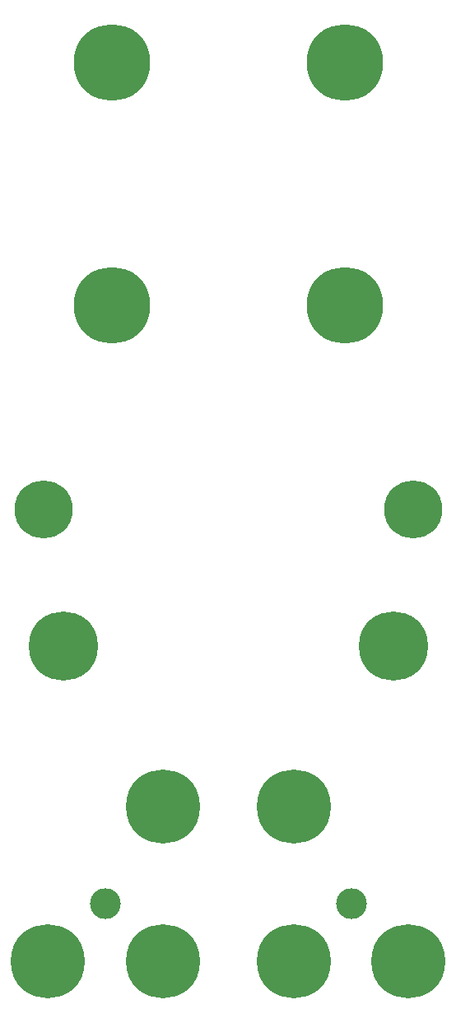
<source format=gbr>
G04 #@! TF.GenerationSoftware,KiCad,Pcbnew,(5.1.4-0-10_14)*
G04 #@! TF.CreationDate,2019-08-29T11:40:13-07:00*
G04 #@! TF.ProjectId,fp-dd-dev1,66702d64-642d-4646-9576-312e6b696361,rev?*
G04 #@! TF.SameCoordinates,PXffeced30PY931840*
G04 #@! TF.FileFunction,Copper,L1,Top*
G04 #@! TF.FilePolarity,Positive*
%FSLAX46Y46*%
G04 Gerber Fmt 4.6, Leading zero omitted, Abs format (unit mm)*
G04 Created by KiCad (PCBNEW (5.1.4-0-10_14)) date 2019-08-29 11:40:13*
%MOMM*%
%LPD*%
G04 APERTURE LIST*
%ADD10C,7.620000*%
%ADD11C,7.874000*%
%ADD12C,3.175000*%
%ADD13C,7.112000*%
%ADD14C,5.969000*%
G04 APERTURE END LIST*
D10*
X6700000Y17140000D03*
X43800000Y17140000D03*
D11*
X13250000Y109640000D03*
D12*
X37900000Y23140000D03*
X12600000Y23140000D03*
D10*
X18500000Y17140000D03*
X32000000Y17190000D03*
X18500000Y33090000D03*
X32000000Y33090000D03*
D11*
X13250000Y84640000D03*
D13*
X8250000Y49640000D03*
D11*
X37250000Y109640000D03*
X37250000Y84640000D03*
D13*
X42250000Y49640000D03*
D14*
X6250000Y63640000D03*
X44250000Y63640000D03*
M02*

</source>
